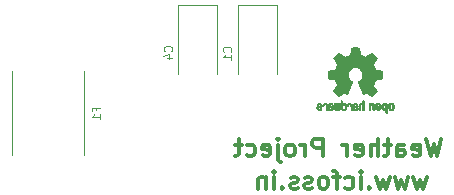
<source format=gbr>
G04 #@! TF.FileFunction,Legend,Bot*
%FSLAX46Y46*%
G04 Gerber Fmt 4.6, Leading zero omitted, Abs format (unit mm)*
G04 Created by KiCad (PCBNEW 4.0.2+dfsg1-stable) date Mon Nov  6 16:18:01 2017*
%MOMM*%
G01*
G04 APERTURE LIST*
%ADD10C,0.100000*%
%ADD11C,0.300000*%
%ADD12C,0.120000*%
%ADD13C,0.010000*%
G04 APERTURE END LIST*
D10*
D11*
X114632285Y-119638071D02*
X114275142Y-121138071D01*
X113989428Y-120066643D01*
X113703714Y-121138071D01*
X113346571Y-119638071D01*
X112203714Y-121066643D02*
X112346571Y-121138071D01*
X112632285Y-121138071D01*
X112775142Y-121066643D01*
X112846571Y-120923786D01*
X112846571Y-120352357D01*
X112775142Y-120209500D01*
X112632285Y-120138071D01*
X112346571Y-120138071D01*
X112203714Y-120209500D01*
X112132285Y-120352357D01*
X112132285Y-120495214D01*
X112846571Y-120638071D01*
X110846571Y-121138071D02*
X110846571Y-120352357D01*
X110918000Y-120209500D01*
X111060857Y-120138071D01*
X111346571Y-120138071D01*
X111489428Y-120209500D01*
X110846571Y-121066643D02*
X110989428Y-121138071D01*
X111346571Y-121138071D01*
X111489428Y-121066643D01*
X111560857Y-120923786D01*
X111560857Y-120780929D01*
X111489428Y-120638071D01*
X111346571Y-120566643D01*
X110989428Y-120566643D01*
X110846571Y-120495214D01*
X110346571Y-120138071D02*
X109775142Y-120138071D01*
X110132285Y-119638071D02*
X110132285Y-120923786D01*
X110060857Y-121066643D01*
X109917999Y-121138071D01*
X109775142Y-121138071D01*
X109275142Y-121138071D02*
X109275142Y-119638071D01*
X108632285Y-121138071D02*
X108632285Y-120352357D01*
X108703714Y-120209500D01*
X108846571Y-120138071D01*
X109060856Y-120138071D01*
X109203714Y-120209500D01*
X109275142Y-120280929D01*
X107346571Y-121066643D02*
X107489428Y-121138071D01*
X107775142Y-121138071D01*
X107917999Y-121066643D01*
X107989428Y-120923786D01*
X107989428Y-120352357D01*
X107917999Y-120209500D01*
X107775142Y-120138071D01*
X107489428Y-120138071D01*
X107346571Y-120209500D01*
X107275142Y-120352357D01*
X107275142Y-120495214D01*
X107989428Y-120638071D01*
X106632285Y-121138071D02*
X106632285Y-120138071D01*
X106632285Y-120423786D02*
X106560857Y-120280929D01*
X106489428Y-120209500D01*
X106346571Y-120138071D01*
X106203714Y-120138071D01*
X104560857Y-121138071D02*
X104560857Y-119638071D01*
X103989429Y-119638071D01*
X103846571Y-119709500D01*
X103775143Y-119780929D01*
X103703714Y-119923786D01*
X103703714Y-120138071D01*
X103775143Y-120280929D01*
X103846571Y-120352357D01*
X103989429Y-120423786D01*
X104560857Y-120423786D01*
X103060857Y-121138071D02*
X103060857Y-120138071D01*
X103060857Y-120423786D02*
X102989429Y-120280929D01*
X102918000Y-120209500D01*
X102775143Y-120138071D01*
X102632286Y-120138071D01*
X101918000Y-121138071D02*
X102060858Y-121066643D01*
X102132286Y-120995214D01*
X102203715Y-120852357D01*
X102203715Y-120423786D01*
X102132286Y-120280929D01*
X102060858Y-120209500D01*
X101918000Y-120138071D01*
X101703715Y-120138071D01*
X101560858Y-120209500D01*
X101489429Y-120280929D01*
X101418000Y-120423786D01*
X101418000Y-120852357D01*
X101489429Y-120995214D01*
X101560858Y-121066643D01*
X101703715Y-121138071D01*
X101918000Y-121138071D01*
X100775143Y-120138071D02*
X100775143Y-121423786D01*
X100846572Y-121566643D01*
X100989429Y-121638071D01*
X101060857Y-121638071D01*
X100775143Y-119638071D02*
X100846572Y-119709500D01*
X100775143Y-119780929D01*
X100703715Y-119709500D01*
X100775143Y-119638071D01*
X100775143Y-119780929D01*
X99489429Y-121066643D02*
X99632286Y-121138071D01*
X99918000Y-121138071D01*
X100060857Y-121066643D01*
X100132286Y-120923786D01*
X100132286Y-120352357D01*
X100060857Y-120209500D01*
X99918000Y-120138071D01*
X99632286Y-120138071D01*
X99489429Y-120209500D01*
X99418000Y-120352357D01*
X99418000Y-120495214D01*
X100132286Y-120638071D01*
X98132286Y-121066643D02*
X98275143Y-121138071D01*
X98560857Y-121138071D01*
X98703715Y-121066643D01*
X98775143Y-120995214D01*
X98846572Y-120852357D01*
X98846572Y-120423786D01*
X98775143Y-120280929D01*
X98703715Y-120209500D01*
X98560857Y-120138071D01*
X98275143Y-120138071D01*
X98132286Y-120209500D01*
X97703715Y-120138071D02*
X97132286Y-120138071D01*
X97489429Y-119638071D02*
X97489429Y-120923786D01*
X97418001Y-121066643D01*
X97275143Y-121138071D01*
X97132286Y-121138071D01*
X113386287Y-122868571D02*
X113100573Y-123868571D01*
X112814859Y-123154286D01*
X112529144Y-123868571D01*
X112243430Y-122868571D01*
X111814858Y-122868571D02*
X111529144Y-123868571D01*
X111243430Y-123154286D01*
X110957715Y-123868571D01*
X110672001Y-122868571D01*
X110243429Y-122868571D02*
X109957715Y-123868571D01*
X109672001Y-123154286D01*
X109386286Y-123868571D01*
X109100572Y-122868571D01*
X108529143Y-123725714D02*
X108457715Y-123797143D01*
X108529143Y-123868571D01*
X108600572Y-123797143D01*
X108529143Y-123725714D01*
X108529143Y-123868571D01*
X107814857Y-123868571D02*
X107814857Y-122868571D01*
X107814857Y-122368571D02*
X107886286Y-122440000D01*
X107814857Y-122511429D01*
X107743429Y-122440000D01*
X107814857Y-122368571D01*
X107814857Y-122511429D01*
X106457714Y-123797143D02*
X106600571Y-123868571D01*
X106886285Y-123868571D01*
X107029143Y-123797143D01*
X107100571Y-123725714D01*
X107172000Y-123582857D01*
X107172000Y-123154286D01*
X107100571Y-123011429D01*
X107029143Y-122940000D01*
X106886285Y-122868571D01*
X106600571Y-122868571D01*
X106457714Y-122940000D01*
X106029143Y-122868571D02*
X105457714Y-122868571D01*
X105814857Y-123868571D02*
X105814857Y-122582857D01*
X105743429Y-122440000D01*
X105600571Y-122368571D01*
X105457714Y-122368571D01*
X104743428Y-123868571D02*
X104886286Y-123797143D01*
X104957714Y-123725714D01*
X105029143Y-123582857D01*
X105029143Y-123154286D01*
X104957714Y-123011429D01*
X104886286Y-122940000D01*
X104743428Y-122868571D01*
X104529143Y-122868571D01*
X104386286Y-122940000D01*
X104314857Y-123011429D01*
X104243428Y-123154286D01*
X104243428Y-123582857D01*
X104314857Y-123725714D01*
X104386286Y-123797143D01*
X104529143Y-123868571D01*
X104743428Y-123868571D01*
X103672000Y-123797143D02*
X103529143Y-123868571D01*
X103243428Y-123868571D01*
X103100571Y-123797143D01*
X103029143Y-123654286D01*
X103029143Y-123582857D01*
X103100571Y-123440000D01*
X103243428Y-123368571D01*
X103457714Y-123368571D01*
X103600571Y-123297143D01*
X103672000Y-123154286D01*
X103672000Y-123082857D01*
X103600571Y-122940000D01*
X103457714Y-122868571D01*
X103243428Y-122868571D01*
X103100571Y-122940000D01*
X102457714Y-123797143D02*
X102314857Y-123868571D01*
X102029142Y-123868571D01*
X101886285Y-123797143D01*
X101814857Y-123654286D01*
X101814857Y-123582857D01*
X101886285Y-123440000D01*
X102029142Y-123368571D01*
X102243428Y-123368571D01*
X102386285Y-123297143D01*
X102457714Y-123154286D01*
X102457714Y-123082857D01*
X102386285Y-122940000D01*
X102243428Y-122868571D01*
X102029142Y-122868571D01*
X101886285Y-122940000D01*
X101171999Y-123725714D02*
X101100571Y-123797143D01*
X101171999Y-123868571D01*
X101243428Y-123797143D01*
X101171999Y-123725714D01*
X101171999Y-123868571D01*
X100457713Y-123868571D02*
X100457713Y-122868571D01*
X100457713Y-122368571D02*
X100529142Y-122440000D01*
X100457713Y-122511429D01*
X100386285Y-122440000D01*
X100457713Y-122368571D01*
X100457713Y-122511429D01*
X99743427Y-122868571D02*
X99743427Y-123868571D01*
X99743427Y-123011429D02*
X99671999Y-122940000D01*
X99529141Y-122868571D01*
X99314856Y-122868571D01*
X99171999Y-122940000D01*
X99100570Y-123082857D01*
X99100570Y-123868571D01*
D12*
X97410000Y-108345000D02*
X97410000Y-114145000D01*
X100710000Y-108345000D02*
X100710000Y-114145000D01*
X97410000Y-108345000D02*
X100710000Y-108345000D01*
X92330000Y-108345000D02*
X92330000Y-114145000D01*
X95630000Y-108345000D02*
X95630000Y-114145000D01*
X92330000Y-108345000D02*
X95630000Y-108345000D01*
X84330000Y-121035000D02*
X84330000Y-113915000D01*
X78230000Y-121035000D02*
X78230000Y-113915000D01*
D13*
G36*
X109715256Y-116600918D02*
X109659799Y-116628568D01*
X109610852Y-116679480D01*
X109597371Y-116698338D01*
X109582686Y-116723015D01*
X109573158Y-116749816D01*
X109567707Y-116785587D01*
X109565253Y-116837169D01*
X109564714Y-116905267D01*
X109567148Y-116998588D01*
X109575606Y-117068657D01*
X109591826Y-117120931D01*
X109617546Y-117160869D01*
X109654503Y-117193929D01*
X109657218Y-117195886D01*
X109693640Y-117215908D01*
X109737498Y-117225815D01*
X109793276Y-117228257D01*
X109883952Y-117228257D01*
X109883990Y-117316283D01*
X109884834Y-117365308D01*
X109889976Y-117394065D01*
X109903413Y-117411311D01*
X109929142Y-117425808D01*
X109935321Y-117428769D01*
X109964236Y-117442648D01*
X109986624Y-117451414D01*
X110003271Y-117452171D01*
X110014964Y-117442023D01*
X110022490Y-117418073D01*
X110026634Y-117377426D01*
X110028185Y-117317186D01*
X110027929Y-117234455D01*
X110026651Y-117126339D01*
X110026252Y-117094000D01*
X110024815Y-116982524D01*
X110023528Y-116909603D01*
X109884029Y-116909603D01*
X109883245Y-116971499D01*
X109879760Y-117011997D01*
X109871876Y-117038708D01*
X109857895Y-117059244D01*
X109848403Y-117069260D01*
X109809596Y-117098567D01*
X109775237Y-117100952D01*
X109739784Y-117076750D01*
X109738886Y-117075857D01*
X109724461Y-117057153D01*
X109715687Y-117031732D01*
X109711261Y-116992584D01*
X109709882Y-116932697D01*
X109709857Y-116919430D01*
X109713188Y-116836901D01*
X109724031Y-116779691D01*
X109743660Y-116744766D01*
X109773350Y-116729094D01*
X109790509Y-116727514D01*
X109831234Y-116734926D01*
X109859168Y-116759330D01*
X109875983Y-116803980D01*
X109883350Y-116872130D01*
X109884029Y-116909603D01*
X110023528Y-116909603D01*
X110023292Y-116896245D01*
X110021323Y-116831333D01*
X110018550Y-116783958D01*
X110014612Y-116750290D01*
X110009151Y-116726498D01*
X110001808Y-116708753D01*
X109992223Y-116693224D01*
X109988113Y-116687381D01*
X109933595Y-116632185D01*
X109864664Y-116600890D01*
X109784928Y-116592165D01*
X109715256Y-116600918D01*
X109715256Y-116600918D01*
G37*
X109715256Y-116600918D02*
X109659799Y-116628568D01*
X109610852Y-116679480D01*
X109597371Y-116698338D01*
X109582686Y-116723015D01*
X109573158Y-116749816D01*
X109567707Y-116785587D01*
X109565253Y-116837169D01*
X109564714Y-116905267D01*
X109567148Y-116998588D01*
X109575606Y-117068657D01*
X109591826Y-117120931D01*
X109617546Y-117160869D01*
X109654503Y-117193929D01*
X109657218Y-117195886D01*
X109693640Y-117215908D01*
X109737498Y-117225815D01*
X109793276Y-117228257D01*
X109883952Y-117228257D01*
X109883990Y-117316283D01*
X109884834Y-117365308D01*
X109889976Y-117394065D01*
X109903413Y-117411311D01*
X109929142Y-117425808D01*
X109935321Y-117428769D01*
X109964236Y-117442648D01*
X109986624Y-117451414D01*
X110003271Y-117452171D01*
X110014964Y-117442023D01*
X110022490Y-117418073D01*
X110026634Y-117377426D01*
X110028185Y-117317186D01*
X110027929Y-117234455D01*
X110026651Y-117126339D01*
X110026252Y-117094000D01*
X110024815Y-116982524D01*
X110023528Y-116909603D01*
X109884029Y-116909603D01*
X109883245Y-116971499D01*
X109879760Y-117011997D01*
X109871876Y-117038708D01*
X109857895Y-117059244D01*
X109848403Y-117069260D01*
X109809596Y-117098567D01*
X109775237Y-117100952D01*
X109739784Y-117076750D01*
X109738886Y-117075857D01*
X109724461Y-117057153D01*
X109715687Y-117031732D01*
X109711261Y-116992584D01*
X109709882Y-116932697D01*
X109709857Y-116919430D01*
X109713188Y-116836901D01*
X109724031Y-116779691D01*
X109743660Y-116744766D01*
X109773350Y-116729094D01*
X109790509Y-116727514D01*
X109831234Y-116734926D01*
X109859168Y-116759330D01*
X109875983Y-116803980D01*
X109883350Y-116872130D01*
X109884029Y-116909603D01*
X110023528Y-116909603D01*
X110023292Y-116896245D01*
X110021323Y-116831333D01*
X110018550Y-116783958D01*
X110014612Y-116750290D01*
X110009151Y-116726498D01*
X110001808Y-116708753D01*
X109992223Y-116693224D01*
X109988113Y-116687381D01*
X109933595Y-116632185D01*
X109864664Y-116600890D01*
X109784928Y-116592165D01*
X109715256Y-116600918D01*
G36*
X108598907Y-116608780D02*
X108552328Y-116635723D01*
X108519943Y-116662466D01*
X108496258Y-116690484D01*
X108479941Y-116724748D01*
X108469661Y-116770227D01*
X108464086Y-116831892D01*
X108461884Y-116914711D01*
X108461629Y-116974246D01*
X108461629Y-117193391D01*
X108523314Y-117221044D01*
X108585000Y-117248697D01*
X108592257Y-117008670D01*
X108595256Y-116919028D01*
X108598402Y-116853962D01*
X108602299Y-116809026D01*
X108607553Y-116779770D01*
X108614769Y-116761748D01*
X108624550Y-116750511D01*
X108627688Y-116748079D01*
X108675239Y-116729083D01*
X108723303Y-116736600D01*
X108751914Y-116756543D01*
X108763553Y-116770675D01*
X108771609Y-116789220D01*
X108776729Y-116817334D01*
X108779559Y-116860173D01*
X108780744Y-116922895D01*
X108780943Y-116988261D01*
X108780982Y-117070268D01*
X108782386Y-117128316D01*
X108787086Y-117167465D01*
X108797013Y-117192780D01*
X108814097Y-117209323D01*
X108840268Y-117222156D01*
X108875225Y-117235491D01*
X108913404Y-117250007D01*
X108908859Y-116992389D01*
X108907029Y-116899519D01*
X108904888Y-116830889D01*
X108901819Y-116781711D01*
X108897206Y-116747198D01*
X108890432Y-116722562D01*
X108880881Y-116703016D01*
X108869366Y-116685770D01*
X108813810Y-116630680D01*
X108746020Y-116598822D01*
X108672287Y-116591191D01*
X108598907Y-116608780D01*
X108598907Y-116608780D01*
G37*
X108598907Y-116608780D02*
X108552328Y-116635723D01*
X108519943Y-116662466D01*
X108496258Y-116690484D01*
X108479941Y-116724748D01*
X108469661Y-116770227D01*
X108464086Y-116831892D01*
X108461884Y-116914711D01*
X108461629Y-116974246D01*
X108461629Y-117193391D01*
X108523314Y-117221044D01*
X108585000Y-117248697D01*
X108592257Y-117008670D01*
X108595256Y-116919028D01*
X108598402Y-116853962D01*
X108602299Y-116809026D01*
X108607553Y-116779770D01*
X108614769Y-116761748D01*
X108624550Y-116750511D01*
X108627688Y-116748079D01*
X108675239Y-116729083D01*
X108723303Y-116736600D01*
X108751914Y-116756543D01*
X108763553Y-116770675D01*
X108771609Y-116789220D01*
X108776729Y-116817334D01*
X108779559Y-116860173D01*
X108780744Y-116922895D01*
X108780943Y-116988261D01*
X108780982Y-117070268D01*
X108782386Y-117128316D01*
X108787086Y-117167465D01*
X108797013Y-117192780D01*
X108814097Y-117209323D01*
X108840268Y-117222156D01*
X108875225Y-117235491D01*
X108913404Y-117250007D01*
X108908859Y-116992389D01*
X108907029Y-116899519D01*
X108904888Y-116830889D01*
X108901819Y-116781711D01*
X108897206Y-116747198D01*
X108890432Y-116722562D01*
X108880881Y-116703016D01*
X108869366Y-116685770D01*
X108813810Y-116630680D01*
X108746020Y-116598822D01*
X108672287Y-116591191D01*
X108598907Y-116608780D01*
G36*
X110273885Y-116602962D02*
X110205855Y-116638733D01*
X110155649Y-116696301D01*
X110137815Y-116733312D01*
X110123937Y-116788882D01*
X110116833Y-116859096D01*
X110116160Y-116935727D01*
X110121573Y-117010552D01*
X110132730Y-117075342D01*
X110149286Y-117121873D01*
X110154374Y-117129887D01*
X110214645Y-117189707D01*
X110286231Y-117225535D01*
X110363908Y-117236020D01*
X110442452Y-117219810D01*
X110464311Y-117210092D01*
X110506878Y-117180143D01*
X110544237Y-117140433D01*
X110547768Y-117135397D01*
X110562119Y-117111124D01*
X110571606Y-117085178D01*
X110577210Y-117051022D01*
X110579914Y-117002119D01*
X110580701Y-116931935D01*
X110580714Y-116916200D01*
X110580678Y-116911192D01*
X110435571Y-116911192D01*
X110434727Y-116977430D01*
X110431404Y-117021386D01*
X110424417Y-117049779D01*
X110412584Y-117069325D01*
X110406543Y-117075857D01*
X110371814Y-117100680D01*
X110338097Y-117099548D01*
X110304005Y-117078016D01*
X110283671Y-117055029D01*
X110271629Y-117021478D01*
X110264866Y-116968569D01*
X110264402Y-116962399D01*
X110263248Y-116866513D01*
X110275312Y-116795299D01*
X110300430Y-116749194D01*
X110338440Y-116728635D01*
X110352008Y-116727514D01*
X110387636Y-116733152D01*
X110412006Y-116752686D01*
X110426907Y-116790042D01*
X110434125Y-116849150D01*
X110435571Y-116911192D01*
X110580678Y-116911192D01*
X110580174Y-116841413D01*
X110577904Y-116789159D01*
X110572932Y-116752949D01*
X110564287Y-116726299D01*
X110550995Y-116702722D01*
X110548057Y-116698338D01*
X110498687Y-116639249D01*
X110444891Y-116604947D01*
X110379398Y-116591331D01*
X110357158Y-116590665D01*
X110273885Y-116602962D01*
X110273885Y-116602962D01*
G37*
X110273885Y-116602962D02*
X110205855Y-116638733D01*
X110155649Y-116696301D01*
X110137815Y-116733312D01*
X110123937Y-116788882D01*
X110116833Y-116859096D01*
X110116160Y-116935727D01*
X110121573Y-117010552D01*
X110132730Y-117075342D01*
X110149286Y-117121873D01*
X110154374Y-117129887D01*
X110214645Y-117189707D01*
X110286231Y-117225535D01*
X110363908Y-117236020D01*
X110442452Y-117219810D01*
X110464311Y-117210092D01*
X110506878Y-117180143D01*
X110544237Y-117140433D01*
X110547768Y-117135397D01*
X110562119Y-117111124D01*
X110571606Y-117085178D01*
X110577210Y-117051022D01*
X110579914Y-117002119D01*
X110580701Y-116931935D01*
X110580714Y-116916200D01*
X110580678Y-116911192D01*
X110435571Y-116911192D01*
X110434727Y-116977430D01*
X110431404Y-117021386D01*
X110424417Y-117049779D01*
X110412584Y-117069325D01*
X110406543Y-117075857D01*
X110371814Y-117100680D01*
X110338097Y-117099548D01*
X110304005Y-117078016D01*
X110283671Y-117055029D01*
X110271629Y-117021478D01*
X110264866Y-116968569D01*
X110264402Y-116962399D01*
X110263248Y-116866513D01*
X110275312Y-116795299D01*
X110300430Y-116749194D01*
X110338440Y-116728635D01*
X110352008Y-116727514D01*
X110387636Y-116733152D01*
X110412006Y-116752686D01*
X110426907Y-116790042D01*
X110434125Y-116849150D01*
X110435571Y-116911192D01*
X110580678Y-116911192D01*
X110580174Y-116841413D01*
X110577904Y-116789159D01*
X110572932Y-116752949D01*
X110564287Y-116726299D01*
X110550995Y-116702722D01*
X110548057Y-116698338D01*
X110498687Y-116639249D01*
X110444891Y-116604947D01*
X110379398Y-116591331D01*
X110357158Y-116590665D01*
X110273885Y-116602962D01*
G36*
X109146697Y-116612239D02*
X109089473Y-116650735D01*
X109045251Y-116706335D01*
X109018833Y-116777086D01*
X109013490Y-116829162D01*
X109014097Y-116850893D01*
X109019178Y-116867531D01*
X109033145Y-116882437D01*
X109060411Y-116898973D01*
X109105388Y-116920498D01*
X109172489Y-116950374D01*
X109172829Y-116950524D01*
X109234593Y-116978813D01*
X109285241Y-117003933D01*
X109319596Y-117023179D01*
X109332482Y-117033848D01*
X109332486Y-117033934D01*
X109321128Y-117057166D01*
X109294569Y-117082774D01*
X109264077Y-117101221D01*
X109248630Y-117104886D01*
X109206485Y-117092212D01*
X109170192Y-117060471D01*
X109152483Y-117025572D01*
X109135448Y-116999845D01*
X109102078Y-116970546D01*
X109062851Y-116945235D01*
X109028244Y-116931471D01*
X109021007Y-116930714D01*
X109012861Y-116943160D01*
X109012370Y-116974972D01*
X109018357Y-117017866D01*
X109029643Y-117063558D01*
X109045050Y-117103761D01*
X109045829Y-117105322D01*
X109092196Y-117170062D01*
X109152289Y-117214097D01*
X109220535Y-117235711D01*
X109291362Y-117233185D01*
X109359196Y-117204804D01*
X109362212Y-117202808D01*
X109415573Y-117154448D01*
X109450660Y-117091352D01*
X109470078Y-117008387D01*
X109472684Y-116985078D01*
X109477299Y-116875055D01*
X109471767Y-116823748D01*
X109332486Y-116823748D01*
X109330676Y-116855753D01*
X109320778Y-116865093D01*
X109296102Y-116858105D01*
X109257205Y-116841587D01*
X109213725Y-116820881D01*
X109212644Y-116820333D01*
X109175791Y-116800949D01*
X109161000Y-116788013D01*
X109164647Y-116774451D01*
X109180005Y-116756632D01*
X109219077Y-116730845D01*
X109261154Y-116728950D01*
X109298897Y-116747717D01*
X109324966Y-116783915D01*
X109332486Y-116823748D01*
X109471767Y-116823748D01*
X109467806Y-116787027D01*
X109443450Y-116717212D01*
X109409544Y-116668302D01*
X109348347Y-116618878D01*
X109280937Y-116594359D01*
X109212120Y-116592797D01*
X109146697Y-116612239D01*
X109146697Y-116612239D01*
G37*
X109146697Y-116612239D02*
X109089473Y-116650735D01*
X109045251Y-116706335D01*
X109018833Y-116777086D01*
X109013490Y-116829162D01*
X109014097Y-116850893D01*
X109019178Y-116867531D01*
X109033145Y-116882437D01*
X109060411Y-116898973D01*
X109105388Y-116920498D01*
X109172489Y-116950374D01*
X109172829Y-116950524D01*
X109234593Y-116978813D01*
X109285241Y-117003933D01*
X109319596Y-117023179D01*
X109332482Y-117033848D01*
X109332486Y-117033934D01*
X109321128Y-117057166D01*
X109294569Y-117082774D01*
X109264077Y-117101221D01*
X109248630Y-117104886D01*
X109206485Y-117092212D01*
X109170192Y-117060471D01*
X109152483Y-117025572D01*
X109135448Y-116999845D01*
X109102078Y-116970546D01*
X109062851Y-116945235D01*
X109028244Y-116931471D01*
X109021007Y-116930714D01*
X109012861Y-116943160D01*
X109012370Y-116974972D01*
X109018357Y-117017866D01*
X109029643Y-117063558D01*
X109045050Y-117103761D01*
X109045829Y-117105322D01*
X109092196Y-117170062D01*
X109152289Y-117214097D01*
X109220535Y-117235711D01*
X109291362Y-117233185D01*
X109359196Y-117204804D01*
X109362212Y-117202808D01*
X109415573Y-117154448D01*
X109450660Y-117091352D01*
X109470078Y-117008387D01*
X109472684Y-116985078D01*
X109477299Y-116875055D01*
X109471767Y-116823748D01*
X109332486Y-116823748D01*
X109330676Y-116855753D01*
X109320778Y-116865093D01*
X109296102Y-116858105D01*
X109257205Y-116841587D01*
X109213725Y-116820881D01*
X109212644Y-116820333D01*
X109175791Y-116800949D01*
X109161000Y-116788013D01*
X109164647Y-116774451D01*
X109180005Y-116756632D01*
X109219077Y-116730845D01*
X109261154Y-116728950D01*
X109298897Y-116747717D01*
X109324966Y-116783915D01*
X109332486Y-116823748D01*
X109471767Y-116823748D01*
X109467806Y-116787027D01*
X109443450Y-116717212D01*
X109409544Y-116668302D01*
X109348347Y-116618878D01*
X109280937Y-116594359D01*
X109212120Y-116592797D01*
X109146697Y-116612239D01*
G36*
X107939114Y-116532289D02*
X107934861Y-116591613D01*
X107929975Y-116626572D01*
X107923205Y-116641820D01*
X107913298Y-116642015D01*
X107910086Y-116640195D01*
X107867356Y-116627015D01*
X107811773Y-116627785D01*
X107755263Y-116641333D01*
X107719918Y-116658861D01*
X107683679Y-116686861D01*
X107657187Y-116718549D01*
X107639001Y-116758813D01*
X107627678Y-116812543D01*
X107621778Y-116884626D01*
X107619857Y-116979951D01*
X107619823Y-116998237D01*
X107619800Y-117203646D01*
X107665509Y-117219580D01*
X107697973Y-117230420D01*
X107715785Y-117235468D01*
X107716309Y-117235514D01*
X107718063Y-117221828D01*
X107719556Y-117184076D01*
X107720674Y-117127224D01*
X107721303Y-117056234D01*
X107721400Y-117013073D01*
X107721602Y-116927973D01*
X107722642Y-116866981D01*
X107725169Y-116825177D01*
X107729836Y-116797642D01*
X107737293Y-116779456D01*
X107748189Y-116765698D01*
X107754993Y-116759073D01*
X107801728Y-116732375D01*
X107852728Y-116730375D01*
X107898999Y-116752955D01*
X107907556Y-116761107D01*
X107920107Y-116776436D01*
X107928812Y-116794618D01*
X107934369Y-116820909D01*
X107937474Y-116860562D01*
X107938824Y-116918832D01*
X107939114Y-116999173D01*
X107939114Y-117203646D01*
X107984823Y-117219580D01*
X108017287Y-117230420D01*
X108035099Y-117235468D01*
X108035623Y-117235514D01*
X108036963Y-117221623D01*
X108038172Y-117182439D01*
X108039199Y-117121700D01*
X108039998Y-117043141D01*
X108040519Y-116950498D01*
X108040714Y-116847509D01*
X108040714Y-116450342D01*
X107993543Y-116430444D01*
X107946371Y-116410547D01*
X107939114Y-116532289D01*
X107939114Y-116532289D01*
G37*
X107939114Y-116532289D02*
X107934861Y-116591613D01*
X107929975Y-116626572D01*
X107923205Y-116641820D01*
X107913298Y-116642015D01*
X107910086Y-116640195D01*
X107867356Y-116627015D01*
X107811773Y-116627785D01*
X107755263Y-116641333D01*
X107719918Y-116658861D01*
X107683679Y-116686861D01*
X107657187Y-116718549D01*
X107639001Y-116758813D01*
X107627678Y-116812543D01*
X107621778Y-116884626D01*
X107619857Y-116979951D01*
X107619823Y-116998237D01*
X107619800Y-117203646D01*
X107665509Y-117219580D01*
X107697973Y-117230420D01*
X107715785Y-117235468D01*
X107716309Y-117235514D01*
X107718063Y-117221828D01*
X107719556Y-117184076D01*
X107720674Y-117127224D01*
X107721303Y-117056234D01*
X107721400Y-117013073D01*
X107721602Y-116927973D01*
X107722642Y-116866981D01*
X107725169Y-116825177D01*
X107729836Y-116797642D01*
X107737293Y-116779456D01*
X107748189Y-116765698D01*
X107754993Y-116759073D01*
X107801728Y-116732375D01*
X107852728Y-116730375D01*
X107898999Y-116752955D01*
X107907556Y-116761107D01*
X107920107Y-116776436D01*
X107928812Y-116794618D01*
X107934369Y-116820909D01*
X107937474Y-116860562D01*
X107938824Y-116918832D01*
X107939114Y-116999173D01*
X107939114Y-117203646D01*
X107984823Y-117219580D01*
X108017287Y-117230420D01*
X108035099Y-117235468D01*
X108035623Y-117235514D01*
X108036963Y-117221623D01*
X108038172Y-117182439D01*
X108039199Y-117121700D01*
X108039998Y-117043141D01*
X108040519Y-116950498D01*
X108040714Y-116847509D01*
X108040714Y-116450342D01*
X107993543Y-116430444D01*
X107946371Y-116410547D01*
X107939114Y-116532289D01*
G36*
X107275256Y-116631968D02*
X107218384Y-116653087D01*
X107217733Y-116653493D01*
X107182560Y-116679380D01*
X107156593Y-116709633D01*
X107138330Y-116749058D01*
X107126268Y-116802462D01*
X107118904Y-116874651D01*
X107114736Y-116970432D01*
X107114371Y-116984078D01*
X107109124Y-117189842D01*
X107153284Y-117212678D01*
X107185237Y-117228110D01*
X107204530Y-117235423D01*
X107205422Y-117235514D01*
X107208761Y-117222022D01*
X107211413Y-117185626D01*
X107213044Y-117132452D01*
X107213400Y-117089393D01*
X107213408Y-117019641D01*
X107216597Y-116975837D01*
X107227712Y-116954944D01*
X107251499Y-116953925D01*
X107292704Y-116969741D01*
X107354914Y-116998815D01*
X107400659Y-117022963D01*
X107424187Y-117043913D01*
X107431104Y-117066747D01*
X107431114Y-117067877D01*
X107419701Y-117107212D01*
X107385908Y-117128462D01*
X107334191Y-117131539D01*
X107296939Y-117131006D01*
X107277297Y-117141735D01*
X107265048Y-117167505D01*
X107257998Y-117200337D01*
X107268158Y-117218966D01*
X107271983Y-117221632D01*
X107307999Y-117232340D01*
X107358434Y-117233856D01*
X107410374Y-117226759D01*
X107447178Y-117213788D01*
X107498062Y-117170585D01*
X107526986Y-117110446D01*
X107532714Y-117063462D01*
X107528343Y-117021082D01*
X107512525Y-116986488D01*
X107481203Y-116955763D01*
X107430322Y-116924990D01*
X107355824Y-116890252D01*
X107351286Y-116888288D01*
X107284179Y-116857287D01*
X107242768Y-116831862D01*
X107225019Y-116809014D01*
X107228893Y-116785745D01*
X107252357Y-116759056D01*
X107259373Y-116752914D01*
X107306370Y-116729100D01*
X107355067Y-116730103D01*
X107397478Y-116753451D01*
X107425616Y-116796675D01*
X107428231Y-116805160D01*
X107453692Y-116846308D01*
X107485999Y-116866128D01*
X107532714Y-116885770D01*
X107532714Y-116834950D01*
X107518504Y-116761082D01*
X107476325Y-116693327D01*
X107454376Y-116670661D01*
X107404483Y-116641569D01*
X107341033Y-116628400D01*
X107275256Y-116631968D01*
X107275256Y-116631968D01*
G37*
X107275256Y-116631968D02*
X107218384Y-116653087D01*
X107217733Y-116653493D01*
X107182560Y-116679380D01*
X107156593Y-116709633D01*
X107138330Y-116749058D01*
X107126268Y-116802462D01*
X107118904Y-116874651D01*
X107114736Y-116970432D01*
X107114371Y-116984078D01*
X107109124Y-117189842D01*
X107153284Y-117212678D01*
X107185237Y-117228110D01*
X107204530Y-117235423D01*
X107205422Y-117235514D01*
X107208761Y-117222022D01*
X107211413Y-117185626D01*
X107213044Y-117132452D01*
X107213400Y-117089393D01*
X107213408Y-117019641D01*
X107216597Y-116975837D01*
X107227712Y-116954944D01*
X107251499Y-116953925D01*
X107292704Y-116969741D01*
X107354914Y-116998815D01*
X107400659Y-117022963D01*
X107424187Y-117043913D01*
X107431104Y-117066747D01*
X107431114Y-117067877D01*
X107419701Y-117107212D01*
X107385908Y-117128462D01*
X107334191Y-117131539D01*
X107296939Y-117131006D01*
X107277297Y-117141735D01*
X107265048Y-117167505D01*
X107257998Y-117200337D01*
X107268158Y-117218966D01*
X107271983Y-117221632D01*
X107307999Y-117232340D01*
X107358434Y-117233856D01*
X107410374Y-117226759D01*
X107447178Y-117213788D01*
X107498062Y-117170585D01*
X107526986Y-117110446D01*
X107532714Y-117063462D01*
X107528343Y-117021082D01*
X107512525Y-116986488D01*
X107481203Y-116955763D01*
X107430322Y-116924990D01*
X107355824Y-116890252D01*
X107351286Y-116888288D01*
X107284179Y-116857287D01*
X107242768Y-116831862D01*
X107225019Y-116809014D01*
X107228893Y-116785745D01*
X107252357Y-116759056D01*
X107259373Y-116752914D01*
X107306370Y-116729100D01*
X107355067Y-116730103D01*
X107397478Y-116753451D01*
X107425616Y-116796675D01*
X107428231Y-116805160D01*
X107453692Y-116846308D01*
X107485999Y-116866128D01*
X107532714Y-116885770D01*
X107532714Y-116834950D01*
X107518504Y-116761082D01*
X107476325Y-116693327D01*
X107454376Y-116670661D01*
X107404483Y-116641569D01*
X107341033Y-116628400D01*
X107275256Y-116631968D01*
G36*
X106785074Y-116630755D02*
X106719142Y-116655084D01*
X106665727Y-116698117D01*
X106644836Y-116728409D01*
X106622061Y-116783994D01*
X106622534Y-116824186D01*
X106646438Y-116851217D01*
X106655283Y-116855813D01*
X106693470Y-116870144D01*
X106712972Y-116866472D01*
X106719578Y-116842407D01*
X106719914Y-116829114D01*
X106732008Y-116780210D01*
X106763529Y-116745999D01*
X106807341Y-116729476D01*
X106856305Y-116733634D01*
X106896106Y-116755227D01*
X106909550Y-116767544D01*
X106919079Y-116782487D01*
X106925515Y-116805075D01*
X106929683Y-116840328D01*
X106932403Y-116893266D01*
X106934498Y-116968907D01*
X106935040Y-116992857D01*
X106937019Y-117074790D01*
X106939269Y-117132455D01*
X106942643Y-117170608D01*
X106947994Y-117194004D01*
X106956176Y-117207398D01*
X106968041Y-117215545D01*
X106975638Y-117219144D01*
X107007898Y-117231452D01*
X107026889Y-117235514D01*
X107033164Y-117221948D01*
X107036994Y-117180934D01*
X107038400Y-117111999D01*
X107037402Y-117014669D01*
X107037092Y-116999657D01*
X107034899Y-116910859D01*
X107032307Y-116846019D01*
X107028618Y-116800067D01*
X107023136Y-116767935D01*
X107015165Y-116744553D01*
X107004007Y-116724852D01*
X106998170Y-116716410D01*
X106964704Y-116679057D01*
X106927273Y-116650003D01*
X106922691Y-116647467D01*
X106855574Y-116627443D01*
X106785074Y-116630755D01*
X106785074Y-116630755D01*
G37*
X106785074Y-116630755D02*
X106719142Y-116655084D01*
X106665727Y-116698117D01*
X106644836Y-116728409D01*
X106622061Y-116783994D01*
X106622534Y-116824186D01*
X106646438Y-116851217D01*
X106655283Y-116855813D01*
X106693470Y-116870144D01*
X106712972Y-116866472D01*
X106719578Y-116842407D01*
X106719914Y-116829114D01*
X106732008Y-116780210D01*
X106763529Y-116745999D01*
X106807341Y-116729476D01*
X106856305Y-116733634D01*
X106896106Y-116755227D01*
X106909550Y-116767544D01*
X106919079Y-116782487D01*
X106925515Y-116805075D01*
X106929683Y-116840328D01*
X106932403Y-116893266D01*
X106934498Y-116968907D01*
X106935040Y-116992857D01*
X106937019Y-117074790D01*
X106939269Y-117132455D01*
X106942643Y-117170608D01*
X106947994Y-117194004D01*
X106956176Y-117207398D01*
X106968041Y-117215545D01*
X106975638Y-117219144D01*
X107007898Y-117231452D01*
X107026889Y-117235514D01*
X107033164Y-117221948D01*
X107036994Y-117180934D01*
X107038400Y-117111999D01*
X107037402Y-117014669D01*
X107037092Y-116999657D01*
X107034899Y-116910859D01*
X107032307Y-116846019D01*
X107028618Y-116800067D01*
X107023136Y-116767935D01*
X107015165Y-116744553D01*
X107004007Y-116724852D01*
X106998170Y-116716410D01*
X106964704Y-116679057D01*
X106927273Y-116650003D01*
X106922691Y-116647467D01*
X106855574Y-116627443D01*
X106785074Y-116630755D01*
G36*
X106124883Y-116746358D02*
X106125067Y-116854837D01*
X106125781Y-116938287D01*
X106127325Y-117000704D01*
X106129999Y-117046085D01*
X106134106Y-117078429D01*
X106139945Y-117101733D01*
X106147818Y-117119995D01*
X106153779Y-117130418D01*
X106203145Y-117186945D01*
X106265736Y-117222377D01*
X106334987Y-117235090D01*
X106404332Y-117223463D01*
X106445625Y-117202568D01*
X106488975Y-117166422D01*
X106518519Y-117122276D01*
X106536345Y-117064462D01*
X106544537Y-116987313D01*
X106545698Y-116930714D01*
X106545542Y-116926647D01*
X106444143Y-116926647D01*
X106443524Y-116991550D01*
X106440686Y-117034514D01*
X106434160Y-117062622D01*
X106422477Y-117082953D01*
X106408517Y-117098288D01*
X106361635Y-117127890D01*
X106311299Y-117130419D01*
X106263724Y-117105705D01*
X106260021Y-117102356D01*
X106244217Y-117084935D01*
X106234307Y-117064209D01*
X106228942Y-117033362D01*
X106226772Y-116985577D01*
X106226429Y-116932748D01*
X106227173Y-116866381D01*
X106230252Y-116822106D01*
X106236939Y-116793009D01*
X106248504Y-116772173D01*
X106257987Y-116761107D01*
X106302040Y-116733198D01*
X106352776Y-116729843D01*
X106401204Y-116751159D01*
X106410550Y-116759073D01*
X106426460Y-116776647D01*
X106436390Y-116797587D01*
X106441722Y-116828782D01*
X106443837Y-116877122D01*
X106444143Y-116926647D01*
X106545542Y-116926647D01*
X106542190Y-116839568D01*
X106530274Y-116771086D01*
X106507865Y-116719600D01*
X106472876Y-116679443D01*
X106445625Y-116658861D01*
X106396093Y-116636625D01*
X106338684Y-116626304D01*
X106285318Y-116629067D01*
X106255457Y-116640212D01*
X106243739Y-116643383D01*
X106235963Y-116631557D01*
X106230535Y-116599866D01*
X106226429Y-116551593D01*
X106221933Y-116497829D01*
X106215687Y-116465482D01*
X106204324Y-116446985D01*
X106184472Y-116434770D01*
X106172000Y-116429362D01*
X106124829Y-116409601D01*
X106124883Y-116746358D01*
X106124883Y-116746358D01*
G37*
X106124883Y-116746358D02*
X106125067Y-116854837D01*
X106125781Y-116938287D01*
X106127325Y-117000704D01*
X106129999Y-117046085D01*
X106134106Y-117078429D01*
X106139945Y-117101733D01*
X106147818Y-117119995D01*
X106153779Y-117130418D01*
X106203145Y-117186945D01*
X106265736Y-117222377D01*
X106334987Y-117235090D01*
X106404332Y-117223463D01*
X106445625Y-117202568D01*
X106488975Y-117166422D01*
X106518519Y-117122276D01*
X106536345Y-117064462D01*
X106544537Y-116987313D01*
X106545698Y-116930714D01*
X106545542Y-116926647D01*
X106444143Y-116926647D01*
X106443524Y-116991550D01*
X106440686Y-117034514D01*
X106434160Y-117062622D01*
X106422477Y-117082953D01*
X106408517Y-117098288D01*
X106361635Y-117127890D01*
X106311299Y-117130419D01*
X106263724Y-117105705D01*
X106260021Y-117102356D01*
X106244217Y-117084935D01*
X106234307Y-117064209D01*
X106228942Y-117033362D01*
X106226772Y-116985577D01*
X106226429Y-116932748D01*
X106227173Y-116866381D01*
X106230252Y-116822106D01*
X106236939Y-116793009D01*
X106248504Y-116772173D01*
X106257987Y-116761107D01*
X106302040Y-116733198D01*
X106352776Y-116729843D01*
X106401204Y-116751159D01*
X106410550Y-116759073D01*
X106426460Y-116776647D01*
X106436390Y-116797587D01*
X106441722Y-116828782D01*
X106443837Y-116877122D01*
X106444143Y-116926647D01*
X106545542Y-116926647D01*
X106542190Y-116839568D01*
X106530274Y-116771086D01*
X106507865Y-116719600D01*
X106472876Y-116679443D01*
X106445625Y-116658861D01*
X106396093Y-116636625D01*
X106338684Y-116626304D01*
X106285318Y-116629067D01*
X106255457Y-116640212D01*
X106243739Y-116643383D01*
X106235963Y-116631557D01*
X106230535Y-116599866D01*
X106226429Y-116551593D01*
X106221933Y-116497829D01*
X106215687Y-116465482D01*
X106204324Y-116446985D01*
X106184472Y-116434770D01*
X106172000Y-116429362D01*
X106124829Y-116409601D01*
X106124883Y-116746358D01*
G36*
X105535167Y-116639663D02*
X105532952Y-116677850D01*
X105531216Y-116735886D01*
X105530101Y-116809180D01*
X105529743Y-116886055D01*
X105529743Y-117146196D01*
X105575674Y-117192127D01*
X105607325Y-117220429D01*
X105635110Y-117231893D01*
X105673085Y-117231168D01*
X105688160Y-117229321D01*
X105735274Y-117223948D01*
X105774244Y-117220869D01*
X105783743Y-117220585D01*
X105815767Y-117222445D01*
X105861568Y-117227114D01*
X105879326Y-117229321D01*
X105922943Y-117232735D01*
X105952255Y-117225320D01*
X105981320Y-117202427D01*
X105991812Y-117192127D01*
X106037743Y-117146196D01*
X106037743Y-116659602D01*
X106000774Y-116642758D01*
X105968941Y-116630282D01*
X105950317Y-116625914D01*
X105945542Y-116639718D01*
X105941079Y-116678286D01*
X105937225Y-116737356D01*
X105934278Y-116812663D01*
X105932857Y-116876286D01*
X105928886Y-117126657D01*
X105894241Y-117131556D01*
X105862732Y-117128131D01*
X105847292Y-117117041D01*
X105842977Y-117096308D01*
X105839292Y-117052145D01*
X105836531Y-116990146D01*
X105834988Y-116915909D01*
X105834765Y-116877706D01*
X105834543Y-116657783D01*
X105788834Y-116641849D01*
X105756482Y-116631015D01*
X105738885Y-116625962D01*
X105738377Y-116625914D01*
X105736612Y-116639648D01*
X105734671Y-116677730D01*
X105732718Y-116735482D01*
X105730916Y-116808227D01*
X105729657Y-116876286D01*
X105725686Y-117126657D01*
X105638600Y-117126657D01*
X105634604Y-116898240D01*
X105630608Y-116669822D01*
X105588153Y-116647868D01*
X105556808Y-116632793D01*
X105538256Y-116625951D01*
X105537721Y-116625914D01*
X105535167Y-116639663D01*
X105535167Y-116639663D01*
G37*
X105535167Y-116639663D02*
X105532952Y-116677850D01*
X105531216Y-116735886D01*
X105530101Y-116809180D01*
X105529743Y-116886055D01*
X105529743Y-117146196D01*
X105575674Y-117192127D01*
X105607325Y-117220429D01*
X105635110Y-117231893D01*
X105673085Y-117231168D01*
X105688160Y-117229321D01*
X105735274Y-117223948D01*
X105774244Y-117220869D01*
X105783743Y-117220585D01*
X105815767Y-117222445D01*
X105861568Y-117227114D01*
X105879326Y-117229321D01*
X105922943Y-117232735D01*
X105952255Y-117225320D01*
X105981320Y-117202427D01*
X105991812Y-117192127D01*
X106037743Y-117146196D01*
X106037743Y-116659602D01*
X106000774Y-116642758D01*
X105968941Y-116630282D01*
X105950317Y-116625914D01*
X105945542Y-116639718D01*
X105941079Y-116678286D01*
X105937225Y-116737356D01*
X105934278Y-116812663D01*
X105932857Y-116876286D01*
X105928886Y-117126657D01*
X105894241Y-117131556D01*
X105862732Y-117128131D01*
X105847292Y-117117041D01*
X105842977Y-117096308D01*
X105839292Y-117052145D01*
X105836531Y-116990146D01*
X105834988Y-116915909D01*
X105834765Y-116877706D01*
X105834543Y-116657783D01*
X105788834Y-116641849D01*
X105756482Y-116631015D01*
X105738885Y-116625962D01*
X105738377Y-116625914D01*
X105736612Y-116639648D01*
X105734671Y-116677730D01*
X105732718Y-116735482D01*
X105730916Y-116808227D01*
X105729657Y-116876286D01*
X105725686Y-117126657D01*
X105638600Y-117126657D01*
X105634604Y-116898240D01*
X105630608Y-116669822D01*
X105588153Y-116647868D01*
X105556808Y-116632793D01*
X105538256Y-116625951D01*
X105537721Y-116625914D01*
X105535167Y-116639663D01*
G36*
X105170124Y-116637335D02*
X105128333Y-116656344D01*
X105095531Y-116679378D01*
X105071497Y-116705133D01*
X105054903Y-116738358D01*
X105044423Y-116783800D01*
X105038729Y-116846207D01*
X105036493Y-116930327D01*
X105036257Y-116985721D01*
X105036257Y-117201826D01*
X105073226Y-117218670D01*
X105102344Y-117230981D01*
X105116769Y-117235514D01*
X105119528Y-117222025D01*
X105121718Y-117185653D01*
X105123058Y-117132542D01*
X105123343Y-117090372D01*
X105124566Y-117029447D01*
X105127864Y-116981115D01*
X105132679Y-116951518D01*
X105136504Y-116945229D01*
X105162217Y-116951652D01*
X105202582Y-116968125D01*
X105249321Y-116990458D01*
X105294155Y-117014457D01*
X105328807Y-117035930D01*
X105344998Y-117050685D01*
X105345062Y-117050845D01*
X105343670Y-117078152D01*
X105331182Y-117104219D01*
X105309257Y-117125392D01*
X105277257Y-117132474D01*
X105249908Y-117131649D01*
X105211174Y-117131042D01*
X105190842Y-117140116D01*
X105178631Y-117164092D01*
X105177091Y-117168613D01*
X105171797Y-117202806D01*
X105185953Y-117223568D01*
X105222852Y-117233462D01*
X105262711Y-117235292D01*
X105334438Y-117221727D01*
X105371568Y-117202355D01*
X105417424Y-117156845D01*
X105441744Y-117100983D01*
X105443927Y-117041957D01*
X105423371Y-116986953D01*
X105392451Y-116952486D01*
X105361580Y-116933189D01*
X105313058Y-116908759D01*
X105256515Y-116883985D01*
X105247090Y-116880199D01*
X105184981Y-116852791D01*
X105149178Y-116828634D01*
X105137663Y-116804619D01*
X105148420Y-116777635D01*
X105166886Y-116756543D01*
X105210531Y-116730572D01*
X105258554Y-116728624D01*
X105302594Y-116748637D01*
X105334291Y-116788551D01*
X105338451Y-116798848D01*
X105362673Y-116836724D01*
X105398035Y-116864842D01*
X105442657Y-116887917D01*
X105442657Y-116822485D01*
X105440031Y-116782506D01*
X105428770Y-116750997D01*
X105403801Y-116717378D01*
X105379831Y-116691484D01*
X105342559Y-116654817D01*
X105313599Y-116635121D01*
X105282495Y-116627220D01*
X105247287Y-116625914D01*
X105170124Y-116637335D01*
X105170124Y-116637335D01*
G37*
X105170124Y-116637335D02*
X105128333Y-116656344D01*
X105095531Y-116679378D01*
X105071497Y-116705133D01*
X105054903Y-116738358D01*
X105044423Y-116783800D01*
X105038729Y-116846207D01*
X105036493Y-116930327D01*
X105036257Y-116985721D01*
X105036257Y-117201826D01*
X105073226Y-117218670D01*
X105102344Y-117230981D01*
X105116769Y-117235514D01*
X105119528Y-117222025D01*
X105121718Y-117185653D01*
X105123058Y-117132542D01*
X105123343Y-117090372D01*
X105124566Y-117029447D01*
X105127864Y-116981115D01*
X105132679Y-116951518D01*
X105136504Y-116945229D01*
X105162217Y-116951652D01*
X105202582Y-116968125D01*
X105249321Y-116990458D01*
X105294155Y-117014457D01*
X105328807Y-117035930D01*
X105344998Y-117050685D01*
X105345062Y-117050845D01*
X105343670Y-117078152D01*
X105331182Y-117104219D01*
X105309257Y-117125392D01*
X105277257Y-117132474D01*
X105249908Y-117131649D01*
X105211174Y-117131042D01*
X105190842Y-117140116D01*
X105178631Y-117164092D01*
X105177091Y-117168613D01*
X105171797Y-117202806D01*
X105185953Y-117223568D01*
X105222852Y-117233462D01*
X105262711Y-117235292D01*
X105334438Y-117221727D01*
X105371568Y-117202355D01*
X105417424Y-117156845D01*
X105441744Y-117100983D01*
X105443927Y-117041957D01*
X105423371Y-116986953D01*
X105392451Y-116952486D01*
X105361580Y-116933189D01*
X105313058Y-116908759D01*
X105256515Y-116883985D01*
X105247090Y-116880199D01*
X105184981Y-116852791D01*
X105149178Y-116828634D01*
X105137663Y-116804619D01*
X105148420Y-116777635D01*
X105166886Y-116756543D01*
X105210531Y-116730572D01*
X105258554Y-116728624D01*
X105302594Y-116748637D01*
X105334291Y-116788551D01*
X105338451Y-116798848D01*
X105362673Y-116836724D01*
X105398035Y-116864842D01*
X105442657Y-116887917D01*
X105442657Y-116822485D01*
X105440031Y-116782506D01*
X105428770Y-116750997D01*
X105403801Y-116717378D01*
X105379831Y-116691484D01*
X105342559Y-116654817D01*
X105313599Y-116635121D01*
X105282495Y-116627220D01*
X105247287Y-116625914D01*
X105170124Y-116637335D01*
G36*
X104662400Y-116639752D02*
X104645052Y-116647334D01*
X104603644Y-116680128D01*
X104568235Y-116727547D01*
X104546336Y-116778151D01*
X104542771Y-116803098D01*
X104554721Y-116837927D01*
X104580933Y-116856357D01*
X104609036Y-116867516D01*
X104621905Y-116869572D01*
X104628171Y-116854649D01*
X104640544Y-116822175D01*
X104645972Y-116807502D01*
X104676410Y-116756744D01*
X104720480Y-116731427D01*
X104776990Y-116732206D01*
X104781175Y-116733203D01*
X104811345Y-116747507D01*
X104833524Y-116775393D01*
X104848673Y-116820287D01*
X104857750Y-116885615D01*
X104861714Y-116974804D01*
X104862086Y-117022261D01*
X104862270Y-117097071D01*
X104863478Y-117148069D01*
X104866691Y-117180471D01*
X104872891Y-117199495D01*
X104883060Y-117210356D01*
X104898181Y-117218272D01*
X104899054Y-117218670D01*
X104928172Y-117230981D01*
X104942597Y-117235514D01*
X104944814Y-117221809D01*
X104946711Y-117183925D01*
X104948153Y-117126715D01*
X104949002Y-117055027D01*
X104949171Y-117002565D01*
X104948308Y-116901047D01*
X104944930Y-116824032D01*
X104937858Y-116767023D01*
X104925912Y-116725526D01*
X104907910Y-116695043D01*
X104882673Y-116671080D01*
X104857753Y-116654355D01*
X104797829Y-116632097D01*
X104728089Y-116627076D01*
X104662400Y-116639752D01*
X104662400Y-116639752D01*
G37*
X104662400Y-116639752D02*
X104645052Y-116647334D01*
X104603644Y-116680128D01*
X104568235Y-116727547D01*
X104546336Y-116778151D01*
X104542771Y-116803098D01*
X104554721Y-116837927D01*
X104580933Y-116856357D01*
X104609036Y-116867516D01*
X104621905Y-116869572D01*
X104628171Y-116854649D01*
X104640544Y-116822175D01*
X104645972Y-116807502D01*
X104676410Y-116756744D01*
X104720480Y-116731427D01*
X104776990Y-116732206D01*
X104781175Y-116733203D01*
X104811345Y-116747507D01*
X104833524Y-116775393D01*
X104848673Y-116820287D01*
X104857750Y-116885615D01*
X104861714Y-116974804D01*
X104862086Y-117022261D01*
X104862270Y-117097071D01*
X104863478Y-117148069D01*
X104866691Y-117180471D01*
X104872891Y-117199495D01*
X104883060Y-117210356D01*
X104898181Y-117218272D01*
X104899054Y-117218670D01*
X104928172Y-117230981D01*
X104942597Y-117235514D01*
X104944814Y-117221809D01*
X104946711Y-117183925D01*
X104948153Y-117126715D01*
X104949002Y-117055027D01*
X104949171Y-117002565D01*
X104948308Y-116901047D01*
X104944930Y-116824032D01*
X104937858Y-116767023D01*
X104925912Y-116725526D01*
X104907910Y-116695043D01*
X104882673Y-116671080D01*
X104857753Y-116654355D01*
X104797829Y-116632097D01*
X104728089Y-116627076D01*
X104662400Y-116639752D01*
G36*
X104161405Y-116647966D02*
X104103979Y-116685497D01*
X104076281Y-116719096D01*
X104054338Y-116780064D01*
X104052595Y-116828308D01*
X104056543Y-116892816D01*
X104205314Y-116957934D01*
X104277651Y-116991202D01*
X104324916Y-117017964D01*
X104349493Y-117041144D01*
X104353763Y-117063667D01*
X104340111Y-117088455D01*
X104325057Y-117104886D01*
X104281254Y-117131235D01*
X104233611Y-117133081D01*
X104189855Y-117112546D01*
X104157711Y-117071752D01*
X104151962Y-117057347D01*
X104124424Y-117012356D01*
X104092742Y-116993182D01*
X104049286Y-116976779D01*
X104049286Y-117038966D01*
X104053128Y-117081283D01*
X104068177Y-117116969D01*
X104099720Y-117157943D01*
X104104408Y-117163267D01*
X104139494Y-117199720D01*
X104169653Y-117219283D01*
X104207385Y-117228283D01*
X104238665Y-117231230D01*
X104294615Y-117231965D01*
X104334445Y-117222660D01*
X104359292Y-117208846D01*
X104398344Y-117178467D01*
X104425375Y-117145613D01*
X104442483Y-117104294D01*
X104451762Y-117048521D01*
X104455307Y-116972305D01*
X104455590Y-116933622D01*
X104454628Y-116887247D01*
X104366993Y-116887247D01*
X104365977Y-116912126D01*
X104363444Y-116916200D01*
X104346726Y-116910665D01*
X104310751Y-116896017D01*
X104262669Y-116875190D01*
X104252614Y-116870714D01*
X104191848Y-116839814D01*
X104158368Y-116812657D01*
X104151010Y-116787220D01*
X104168609Y-116761481D01*
X104183144Y-116750109D01*
X104235590Y-116727364D01*
X104284678Y-116731122D01*
X104325773Y-116758884D01*
X104354242Y-116808152D01*
X104363369Y-116847257D01*
X104366993Y-116887247D01*
X104454628Y-116887247D01*
X104453715Y-116843249D01*
X104446804Y-116776384D01*
X104433116Y-116727695D01*
X104410904Y-116691849D01*
X104378426Y-116663513D01*
X104364267Y-116654355D01*
X104299947Y-116630507D01*
X104229527Y-116629006D01*
X104161405Y-116647966D01*
X104161405Y-116647966D01*
G37*
X104161405Y-116647966D02*
X104103979Y-116685497D01*
X104076281Y-116719096D01*
X104054338Y-116780064D01*
X104052595Y-116828308D01*
X104056543Y-116892816D01*
X104205314Y-116957934D01*
X104277651Y-116991202D01*
X104324916Y-117017964D01*
X104349493Y-117041144D01*
X104353763Y-117063667D01*
X104340111Y-117088455D01*
X104325057Y-117104886D01*
X104281254Y-117131235D01*
X104233611Y-117133081D01*
X104189855Y-117112546D01*
X104157711Y-117071752D01*
X104151962Y-117057347D01*
X104124424Y-117012356D01*
X104092742Y-116993182D01*
X104049286Y-116976779D01*
X104049286Y-117038966D01*
X104053128Y-117081283D01*
X104068177Y-117116969D01*
X104099720Y-117157943D01*
X104104408Y-117163267D01*
X104139494Y-117199720D01*
X104169653Y-117219283D01*
X104207385Y-117228283D01*
X104238665Y-117231230D01*
X104294615Y-117231965D01*
X104334445Y-117222660D01*
X104359292Y-117208846D01*
X104398344Y-117178467D01*
X104425375Y-117145613D01*
X104442483Y-117104294D01*
X104451762Y-117048521D01*
X104455307Y-116972305D01*
X104455590Y-116933622D01*
X104454628Y-116887247D01*
X104366993Y-116887247D01*
X104365977Y-116912126D01*
X104363444Y-116916200D01*
X104346726Y-116910665D01*
X104310751Y-116896017D01*
X104262669Y-116875190D01*
X104252614Y-116870714D01*
X104191848Y-116839814D01*
X104158368Y-116812657D01*
X104151010Y-116787220D01*
X104168609Y-116761481D01*
X104183144Y-116750109D01*
X104235590Y-116727364D01*
X104284678Y-116731122D01*
X104325773Y-116758884D01*
X104354242Y-116808152D01*
X104363369Y-116847257D01*
X104366993Y-116887247D01*
X104454628Y-116887247D01*
X104453715Y-116843249D01*
X104446804Y-116776384D01*
X104433116Y-116727695D01*
X104410904Y-116691849D01*
X104378426Y-116663513D01*
X104364267Y-116654355D01*
X104299947Y-116630507D01*
X104229527Y-116629006D01*
X104161405Y-116647966D01*
G36*
X107211090Y-111923348D02*
X107132546Y-111923778D01*
X107075702Y-111924942D01*
X107036895Y-111927207D01*
X107012462Y-111930940D01*
X106998738Y-111936506D01*
X106992060Y-111944273D01*
X106988764Y-111954605D01*
X106988444Y-111955943D01*
X106983438Y-111980079D01*
X106974171Y-112027701D01*
X106961608Y-112093741D01*
X106946713Y-112173128D01*
X106930449Y-112260796D01*
X106929881Y-112263875D01*
X106913590Y-112349789D01*
X106898348Y-112425696D01*
X106885139Y-112487045D01*
X106874946Y-112529282D01*
X106868752Y-112547855D01*
X106868457Y-112548184D01*
X106850212Y-112557253D01*
X106812595Y-112572367D01*
X106763729Y-112590262D01*
X106763457Y-112590358D01*
X106701907Y-112613493D01*
X106629343Y-112642965D01*
X106560943Y-112672597D01*
X106557706Y-112674062D01*
X106446298Y-112724626D01*
X106199601Y-112556160D01*
X106123923Y-112504803D01*
X106055369Y-112458889D01*
X105997912Y-112421030D01*
X105955524Y-112393837D01*
X105932175Y-112379921D01*
X105929958Y-112378889D01*
X105912990Y-112383484D01*
X105881299Y-112405655D01*
X105833648Y-112446447D01*
X105768802Y-112506905D01*
X105702603Y-112571227D01*
X105638786Y-112634612D01*
X105581671Y-112692451D01*
X105534695Y-112741175D01*
X105501297Y-112777210D01*
X105484915Y-112796984D01*
X105484306Y-112798002D01*
X105482495Y-112811572D01*
X105489317Y-112833733D01*
X105506460Y-112867478D01*
X105535607Y-112915800D01*
X105578445Y-112981692D01*
X105635552Y-113066517D01*
X105686234Y-113141177D01*
X105731539Y-113208140D01*
X105768850Y-113263516D01*
X105795548Y-113303420D01*
X105809015Y-113323962D01*
X105809863Y-113325356D01*
X105808219Y-113345038D01*
X105795755Y-113383293D01*
X105774952Y-113432889D01*
X105767538Y-113448728D01*
X105735186Y-113519290D01*
X105700672Y-113599353D01*
X105672635Y-113668629D01*
X105652432Y-113720045D01*
X105636385Y-113759119D01*
X105627112Y-113779541D01*
X105625959Y-113781114D01*
X105608904Y-113783721D01*
X105568702Y-113790863D01*
X105510698Y-113801523D01*
X105440237Y-113814685D01*
X105362665Y-113829333D01*
X105283328Y-113844449D01*
X105207569Y-113859018D01*
X105140736Y-113872022D01*
X105088172Y-113882445D01*
X105055224Y-113889270D01*
X105047143Y-113891199D01*
X105038795Y-113895962D01*
X105032494Y-113906718D01*
X105027955Y-113927098D01*
X105024896Y-113960734D01*
X105023033Y-114011255D01*
X105022082Y-114082292D01*
X105021760Y-114177476D01*
X105021743Y-114216492D01*
X105021743Y-114533799D01*
X105097943Y-114548839D01*
X105140337Y-114556995D01*
X105203600Y-114568899D01*
X105280038Y-114583116D01*
X105361957Y-114598210D01*
X105384600Y-114602355D01*
X105460194Y-114617053D01*
X105526047Y-114631505D01*
X105576634Y-114644375D01*
X105606426Y-114654322D01*
X105611388Y-114657287D01*
X105623574Y-114678283D01*
X105641047Y-114718967D01*
X105660423Y-114771322D01*
X105664266Y-114782600D01*
X105689661Y-114852523D01*
X105721183Y-114931418D01*
X105752031Y-115002266D01*
X105752183Y-115002595D01*
X105803553Y-115113733D01*
X105634601Y-115362253D01*
X105465648Y-115610772D01*
X105682571Y-115828058D01*
X105748181Y-115892726D01*
X105808021Y-115949733D01*
X105858733Y-115996033D01*
X105896954Y-116028584D01*
X105919325Y-116044343D01*
X105922534Y-116045343D01*
X105941374Y-116037469D01*
X105979820Y-116015578D01*
X106033670Y-115982267D01*
X106098724Y-115940131D01*
X106169060Y-115892943D01*
X106240445Y-115844810D01*
X106304092Y-115802928D01*
X106355959Y-115769871D01*
X106392005Y-115748218D01*
X106408133Y-115740543D01*
X106427811Y-115747037D01*
X106465125Y-115764150D01*
X106512379Y-115788326D01*
X106517388Y-115791013D01*
X106581023Y-115822927D01*
X106624659Y-115838579D01*
X106651798Y-115838745D01*
X106665943Y-115824204D01*
X106666025Y-115824000D01*
X106673095Y-115806779D01*
X106689958Y-115765899D01*
X106715305Y-115704525D01*
X106747829Y-115625819D01*
X106786222Y-115532947D01*
X106829178Y-115429072D01*
X106870778Y-115328502D01*
X106916496Y-115217516D01*
X106958474Y-115114703D01*
X106995452Y-115023215D01*
X107026173Y-114946201D01*
X107049378Y-114886815D01*
X107063810Y-114848209D01*
X107068257Y-114833800D01*
X107057104Y-114817272D01*
X107027931Y-114790930D01*
X106989029Y-114761887D01*
X106878243Y-114670039D01*
X106791649Y-114564759D01*
X106730284Y-114448266D01*
X106695185Y-114322776D01*
X106687392Y-114190507D01*
X106693057Y-114129457D01*
X106723922Y-114002795D01*
X106777080Y-113890941D01*
X106849233Y-113795001D01*
X106937083Y-113716076D01*
X107037335Y-113655270D01*
X107146690Y-113613687D01*
X107261853Y-113592428D01*
X107379525Y-113592599D01*
X107496410Y-113615301D01*
X107609211Y-113661638D01*
X107714631Y-113732713D01*
X107758632Y-113772911D01*
X107843021Y-113876129D01*
X107901778Y-113988925D01*
X107935296Y-114108010D01*
X107943965Y-114230095D01*
X107928177Y-114351893D01*
X107888322Y-114470116D01*
X107824793Y-114581475D01*
X107737979Y-114682684D01*
X107640971Y-114761887D01*
X107600563Y-114792162D01*
X107572018Y-114818219D01*
X107561743Y-114833825D01*
X107567123Y-114850843D01*
X107582425Y-114891500D01*
X107606388Y-114952642D01*
X107637756Y-115031119D01*
X107675268Y-115123780D01*
X107717667Y-115227472D01*
X107759337Y-115328526D01*
X107805310Y-115439607D01*
X107847893Y-115542541D01*
X107885779Y-115634165D01*
X107917660Y-115711316D01*
X107942229Y-115770831D01*
X107958180Y-115809544D01*
X107964090Y-115824000D01*
X107978052Y-115838685D01*
X108005060Y-115838642D01*
X108048587Y-115823099D01*
X108112110Y-115791284D01*
X108112612Y-115791013D01*
X108160440Y-115766323D01*
X108199103Y-115748338D01*
X108220905Y-115740614D01*
X108221867Y-115740543D01*
X108238279Y-115748378D01*
X108274513Y-115770165D01*
X108326526Y-115803328D01*
X108390275Y-115845291D01*
X108460940Y-115892943D01*
X108532884Y-115941191D01*
X108597726Y-115983151D01*
X108651265Y-116016227D01*
X108689303Y-116037821D01*
X108707467Y-116045343D01*
X108724192Y-116035457D01*
X108757820Y-116007826D01*
X108804990Y-115965495D01*
X108862342Y-115911505D01*
X108926516Y-115848899D01*
X108947503Y-115827983D01*
X109164501Y-115610623D01*
X108999332Y-115368220D01*
X108949136Y-115293781D01*
X108905081Y-115226972D01*
X108869638Y-115171665D01*
X108845281Y-115131729D01*
X108834478Y-115111036D01*
X108834162Y-115109563D01*
X108839857Y-115090058D01*
X108855174Y-115050822D01*
X108877463Y-114998430D01*
X108893107Y-114963355D01*
X108922359Y-114896201D01*
X108949906Y-114828358D01*
X108971263Y-114771034D01*
X108977065Y-114753572D01*
X108993548Y-114706938D01*
X109009660Y-114670905D01*
X109018510Y-114657287D01*
X109038040Y-114648952D01*
X109080666Y-114637137D01*
X109140855Y-114623181D01*
X109213078Y-114608422D01*
X109245400Y-114602355D01*
X109327478Y-114587273D01*
X109406205Y-114572669D01*
X109473891Y-114559980D01*
X109522840Y-114550642D01*
X109532057Y-114548839D01*
X109608257Y-114533799D01*
X109608257Y-114216492D01*
X109608086Y-114112154D01*
X109607384Y-114033213D01*
X109605866Y-113976038D01*
X109603251Y-113936999D01*
X109599254Y-113912465D01*
X109593591Y-113898805D01*
X109585980Y-113892389D01*
X109582857Y-113891199D01*
X109564022Y-113886980D01*
X109522412Y-113878562D01*
X109463370Y-113866961D01*
X109392243Y-113853195D01*
X109314375Y-113838280D01*
X109235113Y-113823232D01*
X109159802Y-113809069D01*
X109093787Y-113796806D01*
X109042413Y-113787461D01*
X109011025Y-113782050D01*
X109004041Y-113781114D01*
X108997715Y-113768596D01*
X108983710Y-113735246D01*
X108964645Y-113687377D01*
X108957366Y-113668629D01*
X108928004Y-113596195D01*
X108893429Y-113516170D01*
X108862463Y-113448728D01*
X108839677Y-113397159D01*
X108824518Y-113354785D01*
X108819458Y-113328834D01*
X108820264Y-113325356D01*
X108830959Y-113308936D01*
X108855380Y-113272417D01*
X108890905Y-113219687D01*
X108934913Y-113154635D01*
X108984783Y-113081151D01*
X108994644Y-113066645D01*
X109052508Y-112980704D01*
X109095044Y-112915261D01*
X109123946Y-112867304D01*
X109140910Y-112833820D01*
X109147633Y-112811795D01*
X109145810Y-112798217D01*
X109145764Y-112798131D01*
X109131414Y-112780297D01*
X109099677Y-112745817D01*
X109053990Y-112698268D01*
X108997796Y-112641222D01*
X108934532Y-112578255D01*
X108927398Y-112571227D01*
X108847670Y-112494020D01*
X108786143Y-112437330D01*
X108741579Y-112400110D01*
X108712743Y-112381315D01*
X108700042Y-112378889D01*
X108681506Y-112389471D01*
X108643039Y-112413916D01*
X108588614Y-112449612D01*
X108522202Y-112493947D01*
X108447775Y-112544311D01*
X108430399Y-112556160D01*
X108183703Y-112724626D01*
X108072294Y-112674062D01*
X108004543Y-112644595D01*
X107931817Y-112614959D01*
X107869297Y-112591330D01*
X107866543Y-112590358D01*
X107817640Y-112572457D01*
X107779943Y-112557320D01*
X107761575Y-112548210D01*
X107761544Y-112548184D01*
X107755715Y-112531717D01*
X107745808Y-112491219D01*
X107732805Y-112431242D01*
X107717691Y-112356340D01*
X107701448Y-112271064D01*
X107700119Y-112263875D01*
X107683825Y-112176014D01*
X107668867Y-112096260D01*
X107656209Y-112029681D01*
X107646814Y-111981347D01*
X107641646Y-111956325D01*
X107641556Y-111955943D01*
X107638411Y-111945299D01*
X107632296Y-111937262D01*
X107619547Y-111931467D01*
X107596500Y-111927547D01*
X107559491Y-111925135D01*
X107504856Y-111923865D01*
X107428933Y-111923371D01*
X107328056Y-111923286D01*
X107315000Y-111923286D01*
X107211090Y-111923348D01*
X107211090Y-111923348D01*
G37*
X107211090Y-111923348D02*
X107132546Y-111923778D01*
X107075702Y-111924942D01*
X107036895Y-111927207D01*
X107012462Y-111930940D01*
X106998738Y-111936506D01*
X106992060Y-111944273D01*
X106988764Y-111954605D01*
X106988444Y-111955943D01*
X106983438Y-111980079D01*
X106974171Y-112027701D01*
X106961608Y-112093741D01*
X106946713Y-112173128D01*
X106930449Y-112260796D01*
X106929881Y-112263875D01*
X106913590Y-112349789D01*
X106898348Y-112425696D01*
X106885139Y-112487045D01*
X106874946Y-112529282D01*
X106868752Y-112547855D01*
X106868457Y-112548184D01*
X106850212Y-112557253D01*
X106812595Y-112572367D01*
X106763729Y-112590262D01*
X106763457Y-112590358D01*
X106701907Y-112613493D01*
X106629343Y-112642965D01*
X106560943Y-112672597D01*
X106557706Y-112674062D01*
X106446298Y-112724626D01*
X106199601Y-112556160D01*
X106123923Y-112504803D01*
X106055369Y-112458889D01*
X105997912Y-112421030D01*
X105955524Y-112393837D01*
X105932175Y-112379921D01*
X105929958Y-112378889D01*
X105912990Y-112383484D01*
X105881299Y-112405655D01*
X105833648Y-112446447D01*
X105768802Y-112506905D01*
X105702603Y-112571227D01*
X105638786Y-112634612D01*
X105581671Y-112692451D01*
X105534695Y-112741175D01*
X105501297Y-112777210D01*
X105484915Y-112796984D01*
X105484306Y-112798002D01*
X105482495Y-112811572D01*
X105489317Y-112833733D01*
X105506460Y-112867478D01*
X105535607Y-112915800D01*
X105578445Y-112981692D01*
X105635552Y-113066517D01*
X105686234Y-113141177D01*
X105731539Y-113208140D01*
X105768850Y-113263516D01*
X105795548Y-113303420D01*
X105809015Y-113323962D01*
X105809863Y-113325356D01*
X105808219Y-113345038D01*
X105795755Y-113383293D01*
X105774952Y-113432889D01*
X105767538Y-113448728D01*
X105735186Y-113519290D01*
X105700672Y-113599353D01*
X105672635Y-113668629D01*
X105652432Y-113720045D01*
X105636385Y-113759119D01*
X105627112Y-113779541D01*
X105625959Y-113781114D01*
X105608904Y-113783721D01*
X105568702Y-113790863D01*
X105510698Y-113801523D01*
X105440237Y-113814685D01*
X105362665Y-113829333D01*
X105283328Y-113844449D01*
X105207569Y-113859018D01*
X105140736Y-113872022D01*
X105088172Y-113882445D01*
X105055224Y-113889270D01*
X105047143Y-113891199D01*
X105038795Y-113895962D01*
X105032494Y-113906718D01*
X105027955Y-113927098D01*
X105024896Y-113960734D01*
X105023033Y-114011255D01*
X105022082Y-114082292D01*
X105021760Y-114177476D01*
X105021743Y-114216492D01*
X105021743Y-114533799D01*
X105097943Y-114548839D01*
X105140337Y-114556995D01*
X105203600Y-114568899D01*
X105280038Y-114583116D01*
X105361957Y-114598210D01*
X105384600Y-114602355D01*
X105460194Y-114617053D01*
X105526047Y-114631505D01*
X105576634Y-114644375D01*
X105606426Y-114654322D01*
X105611388Y-114657287D01*
X105623574Y-114678283D01*
X105641047Y-114718967D01*
X105660423Y-114771322D01*
X105664266Y-114782600D01*
X105689661Y-114852523D01*
X105721183Y-114931418D01*
X105752031Y-115002266D01*
X105752183Y-115002595D01*
X105803553Y-115113733D01*
X105634601Y-115362253D01*
X105465648Y-115610772D01*
X105682571Y-115828058D01*
X105748181Y-115892726D01*
X105808021Y-115949733D01*
X105858733Y-115996033D01*
X105896954Y-116028584D01*
X105919325Y-116044343D01*
X105922534Y-116045343D01*
X105941374Y-116037469D01*
X105979820Y-116015578D01*
X106033670Y-115982267D01*
X106098724Y-115940131D01*
X106169060Y-115892943D01*
X106240445Y-115844810D01*
X106304092Y-115802928D01*
X106355959Y-115769871D01*
X106392005Y-115748218D01*
X106408133Y-115740543D01*
X106427811Y-115747037D01*
X106465125Y-115764150D01*
X106512379Y-115788326D01*
X106517388Y-115791013D01*
X106581023Y-115822927D01*
X106624659Y-115838579D01*
X106651798Y-115838745D01*
X106665943Y-115824204D01*
X106666025Y-115824000D01*
X106673095Y-115806779D01*
X106689958Y-115765899D01*
X106715305Y-115704525D01*
X106747829Y-115625819D01*
X106786222Y-115532947D01*
X106829178Y-115429072D01*
X106870778Y-115328502D01*
X106916496Y-115217516D01*
X106958474Y-115114703D01*
X106995452Y-115023215D01*
X107026173Y-114946201D01*
X107049378Y-114886815D01*
X107063810Y-114848209D01*
X107068257Y-114833800D01*
X107057104Y-114817272D01*
X107027931Y-114790930D01*
X106989029Y-114761887D01*
X106878243Y-114670039D01*
X106791649Y-114564759D01*
X106730284Y-114448266D01*
X106695185Y-114322776D01*
X106687392Y-114190507D01*
X106693057Y-114129457D01*
X106723922Y-114002795D01*
X106777080Y-113890941D01*
X106849233Y-113795001D01*
X106937083Y-113716076D01*
X107037335Y-113655270D01*
X107146690Y-113613687D01*
X107261853Y-113592428D01*
X107379525Y-113592599D01*
X107496410Y-113615301D01*
X107609211Y-113661638D01*
X107714631Y-113732713D01*
X107758632Y-113772911D01*
X107843021Y-113876129D01*
X107901778Y-113988925D01*
X107935296Y-114108010D01*
X107943965Y-114230095D01*
X107928177Y-114351893D01*
X107888322Y-114470116D01*
X107824793Y-114581475D01*
X107737979Y-114682684D01*
X107640971Y-114761887D01*
X107600563Y-114792162D01*
X107572018Y-114818219D01*
X107561743Y-114833825D01*
X107567123Y-114850843D01*
X107582425Y-114891500D01*
X107606388Y-114952642D01*
X107637756Y-115031119D01*
X107675268Y-115123780D01*
X107717667Y-115227472D01*
X107759337Y-115328526D01*
X107805310Y-115439607D01*
X107847893Y-115542541D01*
X107885779Y-115634165D01*
X107917660Y-115711316D01*
X107942229Y-115770831D01*
X107958180Y-115809544D01*
X107964090Y-115824000D01*
X107978052Y-115838685D01*
X108005060Y-115838642D01*
X108048587Y-115823099D01*
X108112110Y-115791284D01*
X108112612Y-115791013D01*
X108160440Y-115766323D01*
X108199103Y-115748338D01*
X108220905Y-115740614D01*
X108221867Y-115740543D01*
X108238279Y-115748378D01*
X108274513Y-115770165D01*
X108326526Y-115803328D01*
X108390275Y-115845291D01*
X108460940Y-115892943D01*
X108532884Y-115941191D01*
X108597726Y-115983151D01*
X108651265Y-116016227D01*
X108689303Y-116037821D01*
X108707467Y-116045343D01*
X108724192Y-116035457D01*
X108757820Y-116007826D01*
X108804990Y-115965495D01*
X108862342Y-115911505D01*
X108926516Y-115848899D01*
X108947503Y-115827983D01*
X109164501Y-115610623D01*
X108999332Y-115368220D01*
X108949136Y-115293781D01*
X108905081Y-115226972D01*
X108869638Y-115171665D01*
X108845281Y-115131729D01*
X108834478Y-115111036D01*
X108834162Y-115109563D01*
X108839857Y-115090058D01*
X108855174Y-115050822D01*
X108877463Y-114998430D01*
X108893107Y-114963355D01*
X108922359Y-114896201D01*
X108949906Y-114828358D01*
X108971263Y-114771034D01*
X108977065Y-114753572D01*
X108993548Y-114706938D01*
X109009660Y-114670905D01*
X109018510Y-114657287D01*
X109038040Y-114648952D01*
X109080666Y-114637137D01*
X109140855Y-114623181D01*
X109213078Y-114608422D01*
X109245400Y-114602355D01*
X109327478Y-114587273D01*
X109406205Y-114572669D01*
X109473891Y-114559980D01*
X109522840Y-114550642D01*
X109532057Y-114548839D01*
X109608257Y-114533799D01*
X109608257Y-114216492D01*
X109608086Y-114112154D01*
X109607384Y-114033213D01*
X109605866Y-113976038D01*
X109603251Y-113936999D01*
X109599254Y-113912465D01*
X109593591Y-113898805D01*
X109585980Y-113892389D01*
X109582857Y-113891199D01*
X109564022Y-113886980D01*
X109522412Y-113878562D01*
X109463370Y-113866961D01*
X109392243Y-113853195D01*
X109314375Y-113838280D01*
X109235113Y-113823232D01*
X109159802Y-113809069D01*
X109093787Y-113796806D01*
X109042413Y-113787461D01*
X109011025Y-113782050D01*
X109004041Y-113781114D01*
X108997715Y-113768596D01*
X108983710Y-113735246D01*
X108964645Y-113687377D01*
X108957366Y-113668629D01*
X108928004Y-113596195D01*
X108893429Y-113516170D01*
X108862463Y-113448728D01*
X108839677Y-113397159D01*
X108824518Y-113354785D01*
X108819458Y-113328834D01*
X108820264Y-113325356D01*
X108830959Y-113308936D01*
X108855380Y-113272417D01*
X108890905Y-113219687D01*
X108934913Y-113154635D01*
X108984783Y-113081151D01*
X108994644Y-113066645D01*
X109052508Y-112980704D01*
X109095044Y-112915261D01*
X109123946Y-112867304D01*
X109140910Y-112833820D01*
X109147633Y-112811795D01*
X109145810Y-112798217D01*
X109145764Y-112798131D01*
X109131414Y-112780297D01*
X109099677Y-112745817D01*
X109053990Y-112698268D01*
X108997796Y-112641222D01*
X108934532Y-112578255D01*
X108927398Y-112571227D01*
X108847670Y-112494020D01*
X108786143Y-112437330D01*
X108741579Y-112400110D01*
X108712743Y-112381315D01*
X108700042Y-112378889D01*
X108681506Y-112389471D01*
X108643039Y-112413916D01*
X108588614Y-112449612D01*
X108522202Y-112493947D01*
X108447775Y-112544311D01*
X108430399Y-112556160D01*
X108183703Y-112724626D01*
X108072294Y-112674062D01*
X108004543Y-112644595D01*
X107931817Y-112614959D01*
X107869297Y-112591330D01*
X107866543Y-112590358D01*
X107817640Y-112572457D01*
X107779943Y-112557320D01*
X107761575Y-112548210D01*
X107761544Y-112548184D01*
X107755715Y-112531717D01*
X107745808Y-112491219D01*
X107732805Y-112431242D01*
X107717691Y-112356340D01*
X107701448Y-112271064D01*
X107700119Y-112263875D01*
X107683825Y-112176014D01*
X107668867Y-112096260D01*
X107656209Y-112029681D01*
X107646814Y-111981347D01*
X107641646Y-111956325D01*
X107641556Y-111955943D01*
X107638411Y-111945299D01*
X107632296Y-111937262D01*
X107619547Y-111931467D01*
X107596500Y-111927547D01*
X107559491Y-111925135D01*
X107504856Y-111923865D01*
X107428933Y-111923371D01*
X107328056Y-111923286D01*
X107315000Y-111923286D01*
X107211090Y-111923348D01*
D10*
X96770000Y-112278334D02*
X96803333Y-112245000D01*
X96836667Y-112145000D01*
X96836667Y-112078334D01*
X96803333Y-111978334D01*
X96736667Y-111911667D01*
X96670000Y-111878334D01*
X96536667Y-111845000D01*
X96436667Y-111845000D01*
X96303333Y-111878334D01*
X96236667Y-111911667D01*
X96170000Y-111978334D01*
X96136667Y-112078334D01*
X96136667Y-112145000D01*
X96170000Y-112245000D01*
X96203333Y-112278334D01*
X96836667Y-112945000D02*
X96836667Y-112545000D01*
X96836667Y-112745000D02*
X96136667Y-112745000D01*
X96236667Y-112678334D01*
X96303333Y-112611667D01*
X96336667Y-112545000D01*
X91753500Y-112214834D02*
X91786833Y-112181500D01*
X91820167Y-112081500D01*
X91820167Y-112014834D01*
X91786833Y-111914834D01*
X91720167Y-111848167D01*
X91653500Y-111814834D01*
X91520167Y-111781500D01*
X91420167Y-111781500D01*
X91286833Y-111814834D01*
X91220167Y-111848167D01*
X91153500Y-111914834D01*
X91120167Y-112014834D01*
X91120167Y-112081500D01*
X91153500Y-112181500D01*
X91186833Y-112214834D01*
X91353500Y-112814834D02*
X91820167Y-112814834D01*
X91086833Y-112648167D02*
X91586833Y-112481500D01*
X91586833Y-112914834D01*
X85360000Y-117241667D02*
X85360000Y-117008334D01*
X85726667Y-117008334D02*
X85026667Y-117008334D01*
X85026667Y-117341667D01*
X85726667Y-117975000D02*
X85726667Y-117575000D01*
X85726667Y-117775000D02*
X85026667Y-117775000D01*
X85126667Y-117708334D01*
X85193333Y-117641667D01*
X85226667Y-117575000D01*
M02*

</source>
